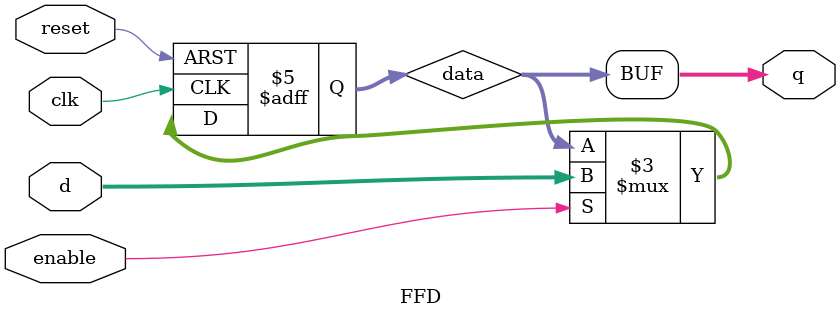
<source format=v>
module FFD 	//Hardware description for a parameterized flip flop, 
#(				//used to realize the structure of the internal registers.
parameter WIDTH = 32
)
(				////Module inputs and outputs.
input [WIDTH-1:0]d, 
input clk, reset, 
input enable, 
output [WIDTH-1:0]q
);
reg [WIDTH-1:0] data; 
always@(posedge clk, negedge reset)
	begin
		if(!reset)data <= 0;
				
		else if(enable) data <= d;
		
	end
	assign q = data;
endmodule
</source>
